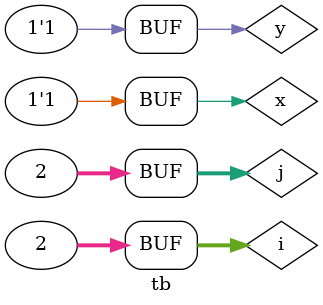
<source format=v>
module half_adder(input x, input y, output reg s, output reg c);
always @(x or y )
begin
     s= x^y;
    c=x & y;
end
endmodule
module tb;
reg x,y;
wire s, c;
integer i,j;
half_adder ha(.x(x), .y(y), .s(s), .c(c));
initial begin
    $monitor("x:%b y:%b sum:%b carry:%b", x, y, s,c);
    for(i=0; i<2; i=i+1) begin
        for(j=0; j<2; j=j+1)begin
            x<=i;
            y<=j;
            #2;
    end
    end
end
endmodule
</source>
